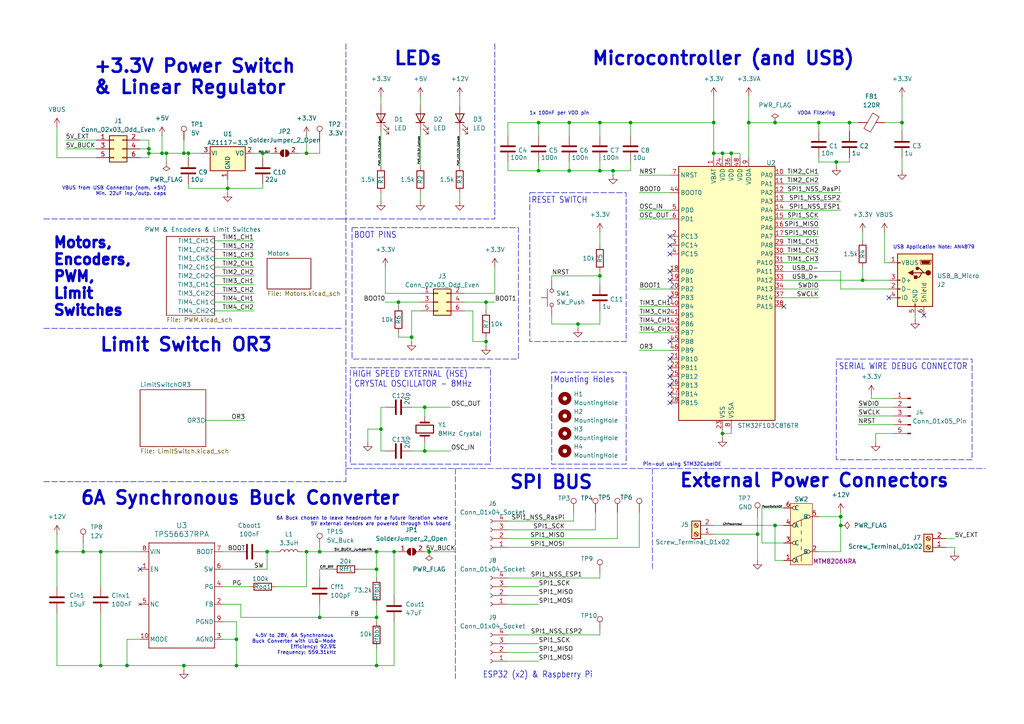
<source format=kicad_sch>
(kicad_sch (version 20231120) (generator "eeschema") (generator_version "8.0")
  (paper "A4")
  (title_block (title "ECE445_MainBoard") (date "2024-04-05") (rev "2") (company "University of Illinois Urbana-Champaign") (comment 1 "ECE 445: Senior Design Lab") (comment 2 "Oxygen Delivery Robot Main Board") (comment 3 "Rutvik Sayankar"))
  (junction (at 243.84 149.86))
  (junction (at 246.38 35.56))
  (junction (at 16.51 160.02))
  (junction (at 53.34 193.04))
  (junction (at 177.8 49.53))
  (junction (at 182.88 35.56))
  (junction (at 140.97 99.06))
  (junction (at 36.83 193.04))
  (junction (at 165.1 35.56))
  (junction (at 76.2 44.45))
  (junction (at 48.26 44.45))
  (junction (at 43.18 44.45))
  (junction (at 123.19 130.81))
  (junction (at 173.99 35.56))
  (junction (at 53.34 44.45))
  (junction (at 43.18 43.18))
  (junction (at 109.22 179.07))
  (junction (at 173.99 80.01))
  (junction (at 68.58 193.04))
  (junction (at 123.19 118.11))
  (junction (at 207.01 44.45))
  (junction (at 88.9 44.45))
  (junction (at 109.22 165.1))
  (junction (at 24.13 160.02))
  (junction (at 140.97 87.63))
  (junction (at 165.1 49.53))
  (junction (at 29.21 193.04))
  (junction (at 209.55 44.45))
  (junction (at 242.57 46.99))
  (junction (at 109.22 193.04))
  (junction (at 261.62 35.56))
  (junction (at 88.9 160.02))
  (junction (at 92.71 160.02))
  (junction (at 124.46 160.02))
  (junction (at 217.17 35.56))
  (junction (at 68.58 185.42))
  (junction (at 29.21 160.02))
  (junction (at 219.71 154.94))
  (junction (at 173.99 49.53))
  (junction (at 115.57 87.63))
  (junction (at 92.71 179.07))
  (junction (at 224.79 152.4))
  (junction (at 156.21 49.53))
  (junction (at 250.19 81.28))
  (junction (at 224.79 35.56))
  (junction (at 167.64 93.98))
  (junction (at 207.01 35.56))
  (junction (at 77.47 160.02))
  (junction (at 243.84 152.4))
  (junction (at 212.09 44.45))
  (junction (at 237.49 35.56))
  (junction (at 114.3 160.02))
  (junction (at 66.04 54.61))
  (junction (at 109.22 160.02))
  (junction (at 209.55 125.73))
  (junction (at 110.49 124.46))
  (junction (at 46.99 44.45))
  (junction (at 54.61 44.45))
  (junction (at 119.38 97.79))
  (junction (at 156.21 35.56))
  (no_connect (at 194.31 71.12))
  (no_connect (at 194.31 81.28))
  (no_connect (at 194.31 86.36))
  (no_connect (at 194.31 73.66))
  (no_connect (at 194.31 114.3))
  (no_connect (at 194.31 78.74))
  (no_connect (at 194.31 106.68))
  (no_connect (at 40.64 165.1))
  (no_connect (at 194.31 109.22))
  (no_connect (at 194.31 99.06))
  (no_connect (at 194.31 68.58))
  (no_connect (at 227.33 88.9))
  (no_connect (at 267.97 91.44))
  (no_connect (at 194.31 104.14))
  (no_connect (at 194.31 116.84))
  (no_connect (at 194.31 111.76))
  (no_connect (at 257.81 86.36))
  (wire (pts (xy 227.33 73.66) (xy 237.49 73.66)))
  (wire (pts (xy 246.38 35.56) (xy 248.92 35.56)))
  (wire (pts (xy 69.85 175.26) (xy 69.85 179.07)))
  (wire (pts (xy 119.38 90.17) (xy 121.92 90.17)))
  (wire (pts (xy 115.57 87.63) (xy 115.57 88.9)))
  (wire (pts (xy 173.99 39.37) (xy 173.99 35.56)))
  (wire (pts (xy 212.09 44.45) (xy 209.55 44.45)))
  (wire (pts (xy 207.01 152.4) (xy 224.79 152.4)))
  (wire (pts (xy 62.23 74.93) (xy 73.66 74.93)))
  (wire (pts (xy 137.16 90.17) (xy 137.16 99.06)))
  (wire (pts (xy 256.54 76.2) (xy 257.81 76.2)))
  (wire (pts (xy 173.99 182.88) (xy 173.99 184.15)))
  (wire (pts (xy 123.19 118.11) (xy 123.19 120.65)))
  (polyline (pts (xy 189.23 135.89) (xy 189.23 165.1)) (stroke (width 0) (type dash)))
  (wire (pts (xy 185.42 63.5) (xy 194.31 63.5)))
  (wire (pts (xy 173.99 49.53) (xy 177.8 49.53)))
  (wire (pts (xy 243.84 149.86) (xy 243.84 148.59)))
  (wire (pts (xy 248.92 120.65) (xy 259.08 120.65)))
  (wire (pts (xy 237.49 38.1) (xy 237.49 35.56)))
  (wire (pts (xy 165.1 35.56) (xy 156.21 35.56)))
  (wire (pts (xy 46.99 44.45) (xy 48.26 44.45)))
  (wire (pts (xy 167.64 93.98) (xy 167.64 95.25)))
  (wire (pts (xy 185.42 158.75) (xy 185.42 148.59)))
  (wire (pts (xy 220.98 157.48) (xy 227.33 157.48)))
  (wire (pts (xy 36.83 185.42) (xy 36.83 193.04)))
  (wire (pts (xy 185.42 55.88) (xy 194.31 55.88)))
  (wire (pts (xy 43.18 40.64) (xy 43.18 43.18)))
  (wire (pts (xy 147.32 184.15) (xy 173.99 184.15)))
  (wire (pts (xy 88.9 44.45) (xy 88.9 39.37)))
  (wire (pts (xy 121.92 27.94) (xy 121.92 30.48)))
  (wire (pts (xy 147.32 189.23) (xy 156.21 189.23)))
  (wire (pts (xy 64.77 160.02) (xy 68.58 160.02)))
  (wire (pts (xy 185.42 83.82) (xy 194.31 83.82)))
  (wire (pts (xy 248.92 123.19) (xy 259.08 123.19)))
  (wire (pts (xy 147.32 167.64) (xy 173.99 167.64)))
  (wire (pts (xy 165.1 49.53) (xy 173.99 49.53)))
  (wire (pts (xy 40.64 43.18) (xy 43.18 43.18)))
  (wire (pts (xy 123.19 130.81) (xy 130.81 130.81)))
  (wire (pts (xy 147.32 175.26) (xy 156.21 175.26)))
  (wire (pts (xy 227.33 55.88) (xy 243.84 55.88)))
  (wire (pts (xy 130.81 118.11) (xy 123.19 118.11)))
  (wire (pts (xy 29.21 160.02) (xy 40.64 160.02)))
  (wire (pts (xy 16.51 170.18) (xy 16.51 160.02)))
  (wire (pts (xy 147.32 191.77) (xy 156.21 191.77)))
  (wire (pts (xy 106.68 124.46) (xy 106.68 128.27)))
  (wire (pts (xy 73.66 82.55) (xy 62.23 82.55)))
  (wire (pts (xy 243.84 83.82) (xy 243.84 78.74)))
  (wire (pts (xy 227.33 71.12) (xy 237.49 71.12)))
  (wire (pts (xy 227.33 50.8) (xy 237.49 50.8)))
  (wire (pts (xy 185.42 91.44) (xy 194.31 91.44)))
  (wire (pts (xy 185.42 88.9) (xy 194.31 88.9)))
  (wire (pts (xy 24.13 160.02) (xy 29.21 160.02)))
  (wire (pts (xy 87.63 160.02) (xy 88.9 160.02)))
  (wire (pts (xy 140.97 97.79) (xy 140.97 99.06)))
  (wire (pts (xy 160.02 93.98) (xy 167.64 93.98)))
  (wire (pts (xy 76.2 44.45) (xy 76.2 45.72)))
  (wire (pts (xy 88.9 44.45) (xy 92.71 44.45)))
  (wire (pts (xy 76.2 160.02) (xy 77.47 160.02)))
  (wire (pts (xy 237.49 46.99) (xy 242.57 46.99)))
  (wire (pts (xy 182.88 35.56) (xy 207.01 35.56)))
  (wire (pts (xy 261.62 35.56) (xy 261.62 38.1)))
  (wire (pts (xy 252.73 115.57) (xy 259.08 115.57)))
  (wire (pts (xy 137.16 99.06) (xy 140.97 99.06)))
  (wire (pts (xy 92.71 160.02) (xy 109.22 160.02)))
  (wire (pts (xy 64.77 185.42) (xy 68.58 185.42)))
  (wire (pts (xy 59.69 121.92) (xy 71.12 121.92)))
  (wire (pts (xy 227.33 78.74) (xy 243.84 78.74)))
  (wire (pts (xy 143.51 85.09) (xy 143.51 77.47)))
  (wire (pts (xy 217.17 35.56) (xy 224.79 35.56)))
  (wire (pts (xy 110.49 55.88) (xy 110.49 58.42)))
  (wire (pts (xy 276.86 158.75) (xy 276.86 160.02)))
  (wire (pts (xy 227.33 83.82) (xy 237.49 83.82)))
  (wire (pts (xy 160.02 81.28) (xy 160.02 80.01)))
  (wire (pts (xy 114.3 180.34) (xy 114.3 193.04)))
  (wire (pts (xy 111.76 85.09) (xy 111.76 77.47)))
  (wire (pts (xy 40.64 40.64) (xy 43.18 40.64)))
  (wire (pts (xy 29.21 170.18) (xy 29.21 160.02)))
  (wire (pts (xy 73.66 44.45) (xy 76.2 44.45)))
  (wire (pts (xy 209.55 125.73) (xy 209.55 127)))
  (wire (pts (xy 53.34 44.45) (xy 54.61 44.45)))
  (wire (pts (xy 246.38 35.56) (xy 246.38 38.1)))
  (polyline (pts (xy 12.7 139.7) (xy 100.33 139.7)) (stroke (width 0) (type dash)))
  (wire (pts (xy 109.22 165.1) (xy 109.22 160.02)))
  (wire (pts (xy 237.49 160.02) (xy 243.84 160.02)))
  (wire (pts (xy 134.62 85.09) (xy 143.51 85.09)))
  (wire (pts (xy 134.62 87.63) (xy 140.97 87.63)))
  (wire (pts (xy 246.38 45.72) (xy 246.38 46.99)))
  (wire (pts (xy 88.9 170.18) (xy 88.9 160.02)))
  (wire (pts (xy 62.23 69.85) (xy 73.66 69.85)))
  (wire (pts (xy 254 125.73) (xy 259.08 125.73)))
  (wire (pts (xy 256.54 35.56) (xy 261.62 35.56)))
  (wire (pts (xy 110.49 118.11) (xy 111.76 118.11)))
  (wire (pts (xy 114.3 172.72) (xy 114.3 160.02)))
  (wire (pts (xy 29.21 193.04) (xy 36.83 193.04)))
  (wire (pts (xy 109.22 193.04) (xy 114.3 193.04)))
  (wire (pts (xy 219.71 154.94) (xy 219.71 162.56)))
  (wire (pts (xy 182.88 46.99) (xy 182.88 49.53)))
  (wire (pts (xy 46.99 39.37) (xy 46.99 44.45)))
  (wire (pts (xy 16.51 177.8) (xy 16.51 193.04)))
  (wire (pts (xy 147.32 186.69) (xy 156.21 186.69)))
  (wire (pts (xy 227.33 76.2) (xy 237.49 76.2)))
  (wire (pts (xy 173.99 166.37) (xy 173.99 167.64)))
  (wire (pts (xy 114.3 160.02) (xy 115.57 160.02)))
  (wire (pts (xy 147.32 172.72) (xy 156.21 172.72)))
  (wire (pts (xy 19.05 43.18) (xy 27.94 43.18)))
  (wire (pts (xy 243.84 152.4) (xy 243.84 149.86)))
  (wire (pts (xy 217.17 35.56) (xy 217.17 45.72)))
  (wire (pts (xy 62.23 72.39) (xy 73.66 72.39)))
  (wire (pts (xy 43.18 43.18) (xy 43.18 44.45)))
  (wire (pts (xy 123.19 130.81) (xy 123.19 128.27)))
  (wire (pts (xy 185.42 96.52) (xy 194.31 96.52)))
  (wire (pts (xy 29.21 177.8) (xy 29.21 193.04)))
  (wire (pts (xy 147.32 153.67) (xy 172.72 153.67)))
  (wire (pts (xy 212.09 44.45) (xy 214.63 44.45)))
  (wire (pts (xy 209.55 45.72) (xy 209.55 44.45)))
  (wire (pts (xy 16.51 36.83) (xy 16.51 45.72)))
  (wire (pts (xy 185.42 50.8) (xy 194.31 50.8)))
  (wire (pts (xy 212.09 125.73) (xy 209.55 125.73)))
  (wire (pts (xy 133.35 55.88) (xy 133.35 58.42)))
  (wire (pts (xy 109.22 187.96) (xy 109.22 193.04)))
  (polyline (pts (xy 12.7 95.25) (xy 99.06 95.25)) (stroke (width 0) (type dash)))
  (wire (pts (xy 92.71 167.64) (xy 92.71 165.1)))
  (wire (pts (xy 179.07 156.21) (xy 179.07 148.59)))
  (wire (pts (xy 86.36 44.45) (xy 88.9 44.45)))
  (wire (pts (xy 207.01 27.94) (xy 207.01 35.56)))
  (wire (pts (xy 16.51 154.94) (xy 16.51 160.02)))
  (wire (pts (xy 248.92 118.11) (xy 259.08 118.11)))
  (wire (pts (xy 147.32 49.53) (xy 156.21 49.53)))
  (wire (pts (xy 207.01 154.94) (xy 219.71 154.94)))
  (wire (pts (xy 77.47 165.1) (xy 77.47 160.02)))
  (wire (pts (xy 110.49 124.46) (xy 106.68 124.46)))
  (wire (pts (xy 207.01 35.56) (xy 207.01 44.45)))
  (wire (pts (xy 237.49 35.56) (xy 246.38 35.56)))
  (wire (pts (xy 242.57 46.99) (xy 242.57 48.26)))
  (wire (pts (xy 121.92 55.88) (xy 121.92 58.42)))
  (wire (pts (xy 110.49 38.1) (xy 110.49 48.26)))
  (wire (pts (xy 66.04 52.07) (xy 66.04 54.61)))
  (wire (pts (xy 124.46 160.02) (xy 132.08 160.02)))
  (wire (pts (xy 173.99 67.31) (xy 173.99 71.12)))
  (wire (pts (xy 133.35 38.1) (xy 133.35 48.26)))
  (wire (pts (xy 182.88 35.56) (xy 182.88 39.37)))
  (wire (pts (xy 119.38 90.17) (xy 119.38 97.79)))
  (polyline (pts (xy 132.08 135.89) (xy 132.08 196.85)) (stroke (width 0) (type dash)))
  (wire (pts (xy 140.97 87.63) (xy 143.51 87.63)))
  (wire (pts (xy 92.71 158.75) (xy 92.71 160.02)))
  (wire (pts (xy 69.85 179.07) (xy 92.71 179.07)))
  (wire (pts (xy 40.64 45.72) (xy 43.18 45.72)))
  (wire (pts (xy 227.33 162.56) (xy 224.79 162.56)))
  (wire (pts (xy 36.83 193.04) (xy 53.34 193.04)))
  (wire (pts (xy 53.34 193.04) (xy 53.34 194.31)))
  (wire (pts (xy 147.32 39.37) (xy 147.32 35.56)))
  (wire (pts (xy 219.71 149.86) (xy 219.71 154.94)))
  (wire (pts (xy 73.66 87.63) (xy 62.23 87.63)))
  (wire (pts (xy 140.97 87.63) (xy 140.97 90.17)))
  (wire (pts (xy 166.37 148.59) (xy 166.37 151.13)))
  (wire (pts (xy 66.04 54.61) (xy 76.2 54.61)))
  (wire (pts (xy 227.33 63.5) (xy 237.49 63.5)))
  (wire (pts (xy 147.32 170.18) (xy 156.21 170.18)))
  (wire (pts (xy 185.42 93.98) (xy 194.31 93.98)))
  (wire (pts (xy 165.1 35.56) (xy 173.99 35.56)))
  (wire (pts (xy 115.57 96.52) (xy 115.57 97.79)))
  (wire (pts (xy 123.19 160.02) (xy 124.46 160.02)))
  (wire (pts (xy 92.71 179.07) (xy 109.22 179.07)))
  (wire (pts (xy 173.99 93.98) (xy 167.64 93.98)))
  (wire (pts (xy 66.04 54.61) (xy 66.04 55.88)))
  (wire (pts (xy 220.98 147.32) (xy 220.98 157.48)))
  (wire (pts (xy 16.51 193.04) (xy 29.21 193.04)))
  (wire (pts (xy 133.35 27.94) (xy 133.35 30.48)))
  (wire (pts (xy 48.26 44.45) (xy 53.34 44.45)))
  (wire (pts (xy 53.34 40.64) (xy 53.34 44.45)))
  (wire (pts (xy 48.26 46.99) (xy 48.26 44.45)))
  (wire (pts (xy 173.99 35.56) (xy 182.88 35.56)))
  (wire (pts (xy 40.64 185.42) (xy 36.83 185.42)))
  (wire (pts (xy 111.76 130.81) (xy 110.49 130.81)))
  (polyline (pts (xy 99.06 63.5) (xy 143.51 63.5)) (stroke (width 0) (type dash)))
  (wire (pts (xy 274.32 158.75) (xy 276.86 158.75)))
  (wire (pts (xy 68.58 193.04) (xy 109.22 193.04)))
  (polyline (pts (xy 100.33 12.7) (xy 100.33 139.7)) (stroke (width 0) (type dash)))
  (wire (pts (xy 92.71 165.1) (xy 96.52 165.1)))
  (wire (pts (xy 185.42 101.6) (xy 194.31 101.6)))
  (wire (pts (xy 134.62 90.17) (xy 137.16 90.17)))
  (wire (pts (xy 274.32 156.21) (xy 276.86 156.21)))
  (wire (pts (xy 220.98 147.32) (xy 227.33 147.32)))
  (wire (pts (xy 237.49 149.86) (xy 243.84 149.86)))
  (wire (pts (xy 121.92 87.63) (xy 115.57 87.63)))
  (wire (pts (xy 54.61 54.61) (xy 66.04 54.61)))
  (polyline (pts (xy 12.7 63.5) (xy 99.06 63.5)) (stroke (width 0) (type dash)))
  (wire (pts (xy 92.71 175.26) (xy 92.71 179.07)))
  (wire (pts (xy 250.19 67.31) (xy 250.19 69.85)))
  (wire (pts (xy 227.33 58.42) (xy 243.84 58.42)))
  (wire (pts (xy 156.21 46.99) (xy 156.21 49.53)))
  (wire (pts (xy 173.99 90.17) (xy 173.99 93.98)))
  (wire (pts (xy 16.51 45.72) (xy 27.94 45.72)))
  (wire (pts (xy 111.76 85.09) (xy 121.92 85.09)))
  (wire (pts (xy 73.66 85.09) (xy 62.23 85.09)))
  (wire (pts (xy 227.33 60.96) (xy 243.84 60.96)))
  (wire (pts (xy 156.21 35.56) (xy 156.21 39.37)))
  (wire (pts (xy 261.62 45.72) (xy 261.62 49.53)))
  (wire (pts (xy 160.02 91.44) (xy 160.02 93.98)))
  (wire (pts (xy 237.49 45.72) (xy 237.49 46.99)))
  (wire (pts (xy 227.33 53.34) (xy 237.49 53.34)))
  (wire (pts (xy 68.58 185.42) (xy 68.58 193.04)))
  (wire (pts (xy 64.77 165.1) (xy 77.47 165.1)))
  (wire (pts (xy 224.79 152.4) (xy 227.33 152.4)))
  (wire (pts (xy 19.05 40.64) (xy 27.94 40.64)))
  (wire (pts (xy 88.9 160.02) (xy 92.71 160.02)))
  (wire (pts (xy 80.01 170.18) (xy 88.9 170.18)))
  (wire (pts (xy 73.66 90.17) (xy 62.23 90.17)))
  (wire (pts (xy 165.1 46.99) (xy 165.1 49.53)))
  (wire (pts (xy 147.32 46.99) (xy 147.32 49.53)))
  (wire (pts (xy 109.22 167.64) (xy 109.22 165.1)))
  (wire (pts (xy 121.92 38.1) (xy 121.92 48.26)))
  (wire (pts (xy 177.8 49.53) (xy 177.8 50.8)))
  (wire (pts (xy 64.77 170.18) (xy 72.39 170.18)))
  (wire (pts (xy 64.77 180.34) (xy 68.58 180.34)))
  (wire (pts (xy 115.57 97.79) (xy 119.38 97.79)))
  (wire (pts (xy 224.79 162.56) (xy 224.79 152.4)))
  (wire (pts (xy 16.51 160.02) (xy 24.13 160.02)))
  (wire (pts (xy 254 125.73) (xy 254 128.27)))
  (wire (pts (xy 43.18 44.45) (xy 46.99 44.45)))
  (wire (pts (xy 110.49 124.46) (xy 110.49 118.11)))
  (wire (pts (xy 53.34 193.04) (xy 68.58 193.04)))
  (wire (pts (xy 256.54 67.31) (xy 256.54 76.2)))
  (wire (pts (xy 147.32 35.56) (xy 156.21 35.56)))
  (wire (pts (xy 147.32 156.21) (xy 179.07 156.21)))
  (wire (pts (xy 77.47 160.02) (xy 80.01 160.02)))
  (wire (pts (xy 172.72 148.59) (xy 172.72 153.67)))
  (wire (pts (xy 109.22 175.26) (xy 109.22 179.07)))
  (wire (pts (xy 62.23 77.47) (xy 73.66 77.47)))
  (wire (pts (xy 257.81 83.82) (xy 243.84 83.82)))
  (wire (pts (xy 160.02 80.01) (xy 173.99 80.01)))
  (wire (pts (xy 209.55 124.46) (xy 209.55 125.73)))
  (wire (pts (xy 109.22 160.02) (xy 114.3 160.02)))
  (wire (pts (xy 207.01 44.45) (xy 209.55 44.45)))
  (wire (pts (xy 54.61 53.34) (xy 54.61 54.61)))
  (wire (pts (xy 173.99 46.99) (xy 173.99 49.53)))
  (wire (pts (xy 68.58 180.34) (xy 68.58 185.42)))
  (wire (pts (xy 214.63 45.72) (xy 214.63 44.45)))
  (wire (pts (xy 43.18 45.72) (xy 43.18 44.45)))
  (wire (pts (xy 104.14 165.1) (xy 109.22 165.1)))
  (wire (pts (xy 147.32 158.75) (xy 185.42 158.75)))
  (wire (pts (xy 185.42 60.96) (xy 194.31 60.96)))
  (wire (pts (xy 76.2 53.34) (xy 76.2 54.61)))
  (wire (pts (xy 24.13 157.48) (xy 24.13 160.02)))
  (wire (pts (xy 156.21 49.53) (xy 165.1 49.53)))
  (wire (pts (xy 250.19 81.28) (xy 257.81 81.28)))
  (wire (pts (xy 109.22 179.07) (xy 109.22 180.34)))
  (wire (pts (xy 173.99 78.74) (xy 173.99 80.01)))
  (wire (pts (xy 265.43 91.44) (xy 265.43 92.71)))
  (wire (pts (xy 58.42 44.45) (xy 54.61 44.45)))
  (wire (pts (xy 207.01 45.72) (xy 207.01 44.45)))
  (wire (pts (xy 261.62 27.94) (xy 261.62 35.56)))
  (wire (pts (xy 243.84 160.02) (xy 243.84 152.4)))
  (wire (pts (xy 224.79 35.56) (xy 237.49 35.56)))
  (wire (pts (xy 212.09 45.72) (xy 212.09 44.45)))
  (wire (pts (xy 173.99 80.01) (xy 173.99 82.55)))
  (wire (pts (xy 119.38 97.79) (xy 119.38 99.06)))
  (wire (pts (xy 62.23 80.01) (xy 73.66 80.01)))
  (wire (pts (xy 54.61 44.45) (xy 54.61 45.72)))
  (wire (pts (xy 217.17 27.94) (xy 217.17 35.56)))
  (wire (pts (xy 110.49 130.81) (xy 110.49 124.46)))
  (wire (pts (xy 147.32 151.13) (xy 166.37 151.13)))
  (wire (pts (xy 92.71 40.64) (xy 92.71 44.45)))
  (polyline (pts (xy 143.51 12.7) (xy 143.51 63.5)) (stroke (width 0) (type dash)))
  (wire (pts (xy 165.1 39.37) (xy 165.1 35.56)))
  (wire (pts (xy 177.8 49.53) (xy 182.88 49.53)))
  (wire (pts (xy 252.73 115.57) (xy 252.73 114.3)))
  (wire (pts (xy 76.2 44.45) (xy 78.74 44.45)))
  (wire (pts (xy 242.57 46.99) (xy 246.38 46.99)))
  (wire (pts (xy 64.77 175.26) (xy 69.85 175.26)))
  (wire (pts (xy 110.49 27.94) (xy 110.49 30.48)))
  (wire (pts (xy 227.33 86.36) (xy 237.49 86.36)))
  (wire (pts (xy 119.38 130.81) (xy 123.19 130.81)))
  (wire (pts (xy 227.33 66.04) (xy 237.49 66.04)))
  (wire (pts (xy 140.97 99.06) (xy 140.97 100.33)))
  (wire (pts (xy 227.33 81.28) (xy 250.19 81.28)))
  (polyline (pts (xy 100.33 135.89) (xy 285.75 135.89)) (stroke (width 0) (type dash)))
  (wire (pts (xy 111.76 87.63) (xy 115.57 87.63)))
  (wire (pts (xy 212.09 124.46) (xy 212.09 125.73)))
  (wire (pts (xy 119.38 118.11) (xy 123.19 118.11)))
  (wire (pts (xy 250.19 77.47) (xy 250.19 81.28)))
  (wire (pts (xy 227.33 68.58) (xy 237.49 68.58)))
  (rectangle (start 160.02 107.95) (end 181.61 134.62) (stroke (width 0) (type dash)))
  (rectangle (start 153.67 55.88) (end 181.61 99.06) (stroke (width 0) (type dash)))
  (rectangle (start 242.57 104.14) (end 281.94 133.35) (stroke (width 0) (type dash)))
  (rectangle (start 102.108 66.04) (end 150.368 104.14) (stroke (width 0) (type dash)))
  (rectangle (start 101.6 106.68) (end 142.24 134.62) (stroke (width 0) (type dash)))
  (text "RESET SWITCH" (at 170.434 59.182 0) (effects (font (size 1.778 1.5113)) (justify right bottom)))
  (text "Limit Switch OR3" (at 28.702 102.362 0) (effects (font (size 3.81 3.81) (thickness 0.762) (bold yes)) (justify left bottom)))
  (text "SERIAL WIRE DEBUG CONNECTOR\n" (at 280.67 107.442 0) (effects (font (size 1.778 1.5113)) (justify right bottom)))
  (text "BOOT PINS" (at 115.062 69.342 0) (effects (font (size 1.778 1.5113)) (justify right bottom)))
  (text "VDDA Filtering" (at 242.316 33.528 0) (effects (font (size 1.016 1.016)) (justify right bottom)))
  (text "Microcontroller (and USB)" (at 171.45 19.304 0) (effects (font (size 3.81 3.81) (thickness 0.762) (bold yes)) (justify left bottom)))
  (text "1x 100nF per VDD pin" (at 170.942 33.528 0) (effects (font (size 1.016 1.016)) (justify right bottom)))
  (text "External Power Connectors" (at 196.85 141.732 0) (effects (font (size 3.81 3.81) (thickness 0.762) (bold yes)) (justify left bottom)))
  (text "LEDs" (at 114.046 19.304 0) (effects (font (size 3.81 3.81) (thickness 0.762) (bold yes)) (justify left bottom)))
  (text "6A Buck chosen to leave headroom for a future iteration where \n5V external devices are powered through this board" (at 130.81 152.654 0) (effects (font (size 1.016 1.016)) (justify right bottom)))
  (text "Pin-out using STM32CubeIDE" (at 209.296 135.382 0) (effects (font (size 1.016 1.016)) (justify right bottom)))
  (text "VBUS from USB Connector (nom. +5V)\nMin. 22uF inp./outp. caps" (at 48.26 56.896 0) (effects (font (size 1.016 1.016)) (justify right bottom)))
  (text "6A Synchronous Buck Converter" (at 23.114 146.812 0) (effects (font (size 3.81 3.81) (thickness 0.762) (bold yes)) (justify left bottom)))
  (text "Motors, \nEncoders, \nPWM,\nLimit \nSwitches" (at 15.24 91.948 0) (effects (font (size 3.048 3.048) (thickness 0.762) (bold yes)) (justify left bottom)))
  (text "Mounting Holes" (at 178.308 111.252 0) (effects (font (size 1.778 1.5113)) (justify right bottom)))
  (text "ESP32 (x2) & Raspberry Pi" (at 171.958 196.85 0) (effects (font (size 1.778 1.5113)) (justify right bottom)))
  (text "USB Application Note: AN4879" (at 282.702 72.39 0) (effects (font (size 1.016 1.016)) (justify right bottom)))
  (text "4.5V to 28V, 6A Synchronous \nBuck Converter with ULQ-Mode\nEfficiency: 92.9%\nFrequency: 559.31kHz" (at 97.536 189.992 0) (effects (font (size 1.016 1.016)) (justify right bottom)))
  (text "SPI BUS" (at 147.574 142.24 0) (effects (font (size 3.81 3.81) (thickness 0.762) (bold yes)) (justify left bottom)))
  (text "HIGH SPEED EXTERNAL (HSE) \nCRYSTAL OSCILLATOR - 8MHz" (at 136.906 112.522 0) (effects (font (size 1.778 1.5113)) (justify right bottom)))
  (text "+3.3V Power Switch \n& Linear Regulator" (at 26.924 27.686 0) (effects (font (size 3.81 3.81) (thickness 0.762) (bold yes)) (justify left bottom)))
  (label "TIM2_CH1" (at 73.66 77.47 180))
  (label "SPI1_MOSI" (at 237.49 68.58 180))
  (label "SPI1_MOSI" (at 163.83 158.75 180))
  (label "OSC_OUT" (at 130.81 118.11 0))
  (label "TIM1_CH3" (at 73.66 74.93 180))
  (label "PG" (at 67.31 170.18 0))
  (label "SPI1_MISO" (at 163.83 156.21 180))
  (label "BOOT0" (at 111.76 87.63 180))
  (label "SPI1_NSS_ESP1" (at 243.84 60.96 180))
  (label "12VPowerInput" (at 209.55 152.4 0) (effects (font (size 0.508 0.508))))
  (label "OSC_IN" (at 185.42 60.96 0))
  (label "SPI1_SCK" (at 156.21 170.18 0))
  (label "PWR_LED_5V_Cathode" (at 121.92 39.37 270) (effects (font (size 0.508 0.508))))
  (label "NRST" (at 165.1 80.01 180))
  (label "BOOT" (at 66.04 160.02 0))
  (label "SPI1_SCK" (at 163.83 153.67 180))
  (label "5V_EXT" (at 276.86 156.21 0))
  (label "PWR_LED_12V_Cathode" (at 133.35 39.37 270) (effects (font (size 0.508 0.508))))
  (label "OR3" (at 71.12 121.92 180))
  (label "TIM4_CH2" (at 73.66 90.17 180))
  (label "TIM1_CH2" (at 237.49 73.66 180))
  (label "TIM2_CH2" (at 73.66 80.01 180))
  (label "5V_BUCK" (at 19.05 43.18 0))
  (label "NRST" (at 248.92 123.19 0))
  (label "SPI1_SCK" (at 237.49 63.5 180))
  (label "TIM1_CH1" (at 237.49 71.12 180))
  (label "5V_EXT" (at 19.05 40.64 0))
  (label "PWR_LED_3V3_Cathode" (at 110.49 39.37 270) (effects (font (size 0.508 0.508))))
  (label "USB_D+" (at 237.49 81.28 180))
  (label "REG_OUT" (at 74.93 44.45 0) (effects (font (size 0.508 0.508))))
  (label "OSC_OUT" (at 185.42 63.5 0))
  (label "5V_BUCK_JumperIN" (at 107.95 160.02 180) (effects (font (size 0.762 0.762))))
  (label "TIM1_CH2" (at 73.66 72.39 180))
  (label "TIM4_CH2" (at 185.42 96.52 0))
  (label "TIM4_CH1" (at 185.42 93.98 0))
  (label "PowerSwitchOff" (at 220.98 147.32 0) (effects (font (size 0.508 0.508))))
  (label "SPI1_MISO" (at 156.21 172.72 0))
  (label "NRST" (at 185.42 50.8 0))
  (label "FB" (at 101.6 179.07 0))
  (label "TIM4_CH1" (at 73.66 87.63 180))
  (label "OR3" (at 185.42 101.6 0))
  (label "SPI1_MISO" (at 237.49 66.04 180))
  (label "SWCLK" (at 237.49 86.36 180))
  (label "TIM3_CH1" (at 185.42 88.9 0))
  (label "SPI1_NSS_RasPi" (at 243.84 55.88 180))
  (label "BOOT1" (at 185.42 83.82 0))
  (label "SWDIO" (at 248.92 118.11 0))
  (label "BOOT1" (at 143.51 87.63 0))
  (label "SPI1_MOSI" (at 156.21 191.77 0))
  (label "TIM2_CH1" (at 237.49 50.8 180))
  (label "5V_BUCK" (at 132.08 160.02 180))
  (label "TIM1_CH1" (at 73.66 69.85 180))
  (label "USB_D-" (at 237.49 78.74 180))
  (label "TIM2_CH2" (at 237.49 53.34 180))
  (label "SPI1_MISO" (at 156.21 189.23 0))
  (label "TIM1_CH3" (at 237.49 76.2 180))
  (label "SW" (at 73.66 165.1 0))
  (label "SPI1_MOSI" (at 156.21 175.26 0))
  (label "TIM3_CH1" (at 73.66 82.55 180))
  (label "SPI1_SCK" (at 156.21 186.69 0))
  (label "SPI1_NSS_ESP2" (at 243.84 58.42 180))
  (label "SWDIO" (at 237.49 83.82 180))
  (label "SWCLK" (at 248.92 120.65 0))
  (label "Cff_Rff" (at 92.71 165.1 0) (effects (font (size 0.762 0.762))))
  (label "TIM3_CH2" (at 73.66 85.09 180))
  (label "SPI1_NSS_ESP2" (at 168.91 184.15 180))
  (label "TIM3_CH2" (at 185.42 91.44 0))
  (label "BOOT0" (at 185.42 55.88 0))
  (label "SPI1_NSS_RasPi" (at 163.83 151.13 180))
  (label "OSC_IN" (at 130.81 130.81 0))
  (label "SPI1_NSS_ESP1" (at 168.91 167.64 180))
  (symbol (lib_id "basic:C") (at 165.1 43.18 0) (unit 1)
    (property "Reference" "C6" (at 168.021 43.6138 0) (effects (justify left)))
    (property "Value" "100n" (at 165.735 45.72 0) (effects (justify left)))
    (property "Footprint" "Capacitor_SMD:C_0603_1608Metric" (effects (hide yes)))
    (property "Datasheet" "https://www.digikey.com/en/products/detail/yageo/CC0603KRX7R7BB104/302822" (effects (hide yes)))
    (property "Description" "0.1 µF ±10% 16V Ceramic Capacitor X7R 0603 (1608 Metric)" (effects (hide yes)))
  )
  (symbol (lib_id "power:GND") (at 254 128.27 0) (unit 1)
    (property "Reference" "#PWR029" (effects (hide yes)))
    (property "Value" "GND" (effects (hide yes)))
    (property "Description" "Power symbol creates a global label with name \"GND\" , ground" (effects (hide yes)))
  )
  (symbol (lib_id "Connector:USB_B_Micro") (at 265.43 81.28 0) (mirror y) (unit 1)
    (property "Reference" "J2" (at 271.78 82.5501 0) (effects (justify right)))
    (property "Value" "USB_B_Micro" (at 271.78 80.0101 0) (effects (justify right)))
    (property "Footprint" "CustomFootprints:AMPHENOL_10118192-0002LF" (effects (hide yes)))
    (property "Datasheet" "https://www.digikey.com/en/products/detail/amphenol-cs-fci/10118192-0002LF/6817756" (effects (hide yes)))
    (property "Description" "USB Micro Type B connector - CONN RCPT USB2.0 MICRO B SMD R/A" (effects (hide yes)))
  )
  (symbol (lib_id "basic:C") (at 182.88 43.18 0) (unit 1)
    (property "Reference" "C8" (at 185.801 43.6138 0) (effects (justify left)))
    (property "Value" "10u" (at 183.515 45.72 0) (effects (justify left)))
    (property "Footprint" "Capacitor_SMD:C_0603_1608Metric" (effects (hide yes)))
    (property "Datasheet" "https://www.digikey.com/en/products/detail/samsung-electro-mechanics/CL10A106KQ8NNNC/3886696" (effects (hide yes)))
    (property "Description" "CAP CER 10UF 6.3V X5R 0603" (effects (hide yes)))
  )
  (symbol (lib_id "basic:R") (at 140.97 93.98 0) (unit 1)
    (property "Reference" "R7" (at 140.97 93.98 90))
    (property "Value" "10k" (at 142.24 93.98 0) (effects (justify left)))
    (property "Footprint" "Resistor_SMD:R_0603_1608Metric" (effects (hide yes)))
    (property "Datasheet" "https://www.digikey.com/en/products/detail/stackpole-electronics-inc/RMCF0603JT10K0/1758104" (effects (hide yes)))
    (property "Description" "10 kOhms ±5% 0.1W, 1/10W Chip Resistor 0603 (1608 Metric) Automotive AEC-Q200 Thick Film" (effects (hide yes)))
  )
  (symbol (lib_id "MCU_ST_STM32F1:STM32F103C8Tx") (at 209.55 86.36 0) (unit 1)
    (property "Reference" "U2" (at 222.25 47.244 0) (effects (justify left)))
    (property "Value" "STM32F103C8T6TR" (at 213.868 123.444 0) (effects (justify left)))
    (property "Footprint" "Package_QFP:LQFP-48_7x7mm_P0.5mm" (effects (hide yes)))
    (property "Datasheet" "https://www.st.com/resource/en/datasheet/stm32f103c8.pdf" (effects (hide yes)))
    (property "Description" "STMicroelectronics Arm Cortex-M3 MCU, 64KB flash, 20KB RAM, 72 MHz, 2.0-3.6V, 37 GPIO, LQFP48" (effects (hide yes)))
  )
  (symbol (lib_id "Connector_Generic:Conn_02x03_Odd_Even") (at 33.02 43.18 0) (unit 1)
    (property "Reference" "J1" (at 34.29 35.0551 0))
    (property "Value" "Conn_02x03_Odd_Even" (at 34.29 37.592 0))
    (property "Footprint" "Connector_PinHeader_2.54mm:PinHeader_2x03_P2.54mm_Vertical" (effects (hide yes)))
    (property "Description" "5V to 3.3 V Power Mux" (effects (hide yes)))
  )
  (symbol (lib_id "Connector:TestPoint") (at 173.99 182.88 0) (unit 1)
    (property "Reference" "TP10" (at 168.402 178.562 0) (effects (justify left)))
    (property "Value" "Orange" (effects (hide yes)))
    (property "Footprint" "TestPoint:TestPoint_Keystone_5000-5004_Miniature" (effects (hide yes)))
    (property "Datasheet" "https://www.digikey.com/en/products/detail/keystone-electronics/5003/362668" (effects (hide yes)))
    (property "Description" "Orange PC Test Point, Miniature Phosphor Bronze Silver Plating Through Hole Mounting Type" (effects (hide yes)))
  )
  (symbol (lib_id "Connector:TestPoint") (at 92.71 40.64 0) (unit 1)
    (property "Reference" "TP2" (at 95.25 36.0679 0) (effects (justify left)))
    (property "Value" "3.3V" (at 95.25 38.6079 0) (effects (justify left)))
    (property "Footprint" "TestPoint:TestPoint_Keystone_5000-5004_Miniature" (effects (hide yes)))
    (property "Datasheet" "https://www.digikey.com/en/products/detail/keystone-electronics/5000/255326" (effects (hide yes)))
    (property "Description" "Red PC Test Point, Miniature Phosphor Bronze Silver Plating Through Hole Mounting Type" (effects (hide yes)))
  )
  (symbol (lib_id "power:GND") (at 66.04 55.88 0) (unit 1)
    (property "Reference" "#PWR013" (effects (hide yes)))
    (property "Value" "GND" (effects (hide yes)))
  )
  (symbol (lib_id "basic:C") (at 173.99 43.18 0) (unit 1)
    (property "Reference" "C7" (at 176.911 43.6138 0) (effects (justify left)))
    (property "Value" "100n" (at 174.625 45.72 0) (effects (justify left)))
    (property "Footprint" "Capacitor_SMD:C_0603_1608Metric" (effects (hide yes)))
    (property "Datasheet" "https://www.digikey.com/en/products/detail/yageo/CC0603KRX7R7BB104/302822" (effects (hide yes)))
    (property "Description" "0.1 µF ±10% 16V Ceramic Capacitor X7R 0603 (1608 Metric)" (effects (hide yes)))
  )
  (symbol (lib_id "basic:C") (at 261.62 41.91 0) (unit 1)
    (property "Reference" "C3" (at 264.541 42.3438 0) (effects (justify left)))
    (property "Value" "1u" (at 262.255 44.45 0) (effects (justify left)))
    (property "Footprint" "Capacitor_SMD:C_0603_1608Metric" (effects (hide yes)))
    (property "Datasheet" "https://www.digikey.com/en/products/detail/yageo/CC0603KRX7R7BB105/2833611" (effects (hide yes)))
    (property "Description" "CAP CER 1UF 16V X7R 0603" (effects (hide yes)))
  )
  (symbol (lib_id "Device:C") (at 72.39 160.02 90) (unit 1)
    (property "Reference" "Cboot1" (at 72.39 152.4 90))
    (property "Value" "100nF" (at 72.39 154.94 90))
    (property "Footprint" "Capacitor_SMD:C_0805_2012Metric" (effects (hide yes)))
    (property "Datasheet" "https://www.digikey.com/en/products/detail/kyocera-avx/KGM21NR71E104KT/1116281" (effects (hide yes)))
    (property "Description" "Cap: 100 nF  Total Derated Cap: 100 nF  VDC: 25 V  ESR: 280 mΩ  Package: 0805  " (effects (hide yes)))
  )
  (symbol (lib_id "power:GND") (at 110.49 58.42 0) (unit 1)
    (property "Reference" "#PWR014" (effects (hide yes)))
    (property "Value" "GND" (effects (hide yes)))
    (property "Description" "Power symbol creates a global label with name \"GND\" , ground" (effects (hide yes)))
  )
  (symbol (lib_id "Connector:TestPoint") (at 166.37 148.59 0) (unit 1)
    (property "Reference" "TP3" (at 161.798 144.526 0) (effects (justify left)))
    (property "Value" "Orange" (effects (hide yes)))
    (property "Footprint" "TestPoint:TestPoint_Keystone_5000-5004_Miniature" (effects (hide yes)))
    (property "Datasheet" "https://www.digikey.com/en/products/detail/keystone-electronics/5003/362668" (effects (hide yes)))
    (property "Description" "Orange PC Test Point, Miniature Phosphor Bronze Silver Plating Through Hole Mounting Type" (effects (hide yes)))
  )
  (symbol (lib_id "power:GND") (at 121.92 58.42 0) (unit 1)
    (property "Reference" "#PWR015" (effects (hide yes)))
    (property "Value" "GND" (effects (hide yes)))
    (property "Description" "Power symbol creates a global label with name \"GND\" , ground" (effects (hide yes)))
  )
  (symbol (lib_id "Mechanical:MountingHole") (at 163.83 130.81 0) (unit 1)
    (property "Reference" "H4" (at 166.37 129.5399 0) (effects (justify left)))
    (property "Value" "MountingHole" (at 166.37 132.0799 0) (effects (justify left)))
    (property "Footprint" "MountingHole:MountingHole_5mm" (effects (hide yes)))
    (property "Description" "Mounting Hole without connection" (effects (hide yes)))
  )
  (symbol (lib_id "Connector:Screw_Terminal_01x02") (at 201.93 154.94 180) (unit 1)
    (property "Reference" "J5" (at 198.628 152.146 0))
    (property "Value" "Screw_Terminal_01x02" (at 200.914 157.226 0))
    (property "Footprint" "CustomFootprints:PHOENIX_1017521" (effects (hide yes)))
    (property "Datasheet" "https://www.digikey.com/en/products/detail/phoenix-contact/1017521/9346615" (effects (hide yes)))
    (property "Description" "2 Position Wire to Board Terminal Block Horizontal with Board 0.250\" (6.35mm) Through Hole" (effects (hide yes)))
  )
  (symbol (lib_id "power:GND") (at 106.68 128.27 0) (unit 1)
    (property "Reference" "#PWR028" (effects (hide yes)))
    (property "Value" "GND" (effects (hide yes)))
  )
  (symbol (lib_name "+12V_1") (lib_id "power:+12V") (at 133.35 27.94 0) (unit 1)
    (property "Reference" "#PWR03" (effects (hide yes)))
    (property "Value" "+12V" (at 133.35 22.86 0))
    (property "Description" "Power symbol creates a global label with name \"+12V\"" (effects (hide yes)))
  )
  (symbol (lib_id "Device:LED") (at 110.49 34.29 90) (unit 1)
    (property "Reference" "D1" (at 114.3 34.6074 90) (effects (justify right)))
    (property "Value" "LED" (at 114.3 37.1474 90) (effects (justify right)))
    (property "Footprint" "LED_SMD:LED_0603_1608Metric" (effects (hide yes)))
    (property "Datasheet" "https://www.digikey.com/en/products/detail/w%C3%BCrth-elektronik/150060GS75000/4489898" (effects (hide yes)))
    (property "Description" "Green 520nm LED Indication - Discrete 3.2V 0603 (1608 Metric)" (effects (hide yes)))
  )
  (symbol (lib_id "Connector:TestPoint") (at 219.71 149.86 0) (unit 1)
    (property "Reference" "TP7" (at 214.122 144.526 0) (effects (justify left)))
    (property "Value" "GND" (at 214.122 147.066 0) (effects (justify left)))
    (property "Footprint" "TestPoint:TestPoint_Keystone_5000-5004_Miniature" (effects (hide yes)))
    (property "Datasheet" "https://www.digikey.com/en/products/detail/keystone-electronics/5001/255327" (effects (hide yes)))
    (property "Description" "  Black PC Test Point, Miniature Phosphor Bronze Silver Plating Through Hole Mounting Type" (effects (hide yes)))
  )
  (symbol (lib_id "Device:Crystal") (at 123.19 124.46 90) (unit 1)
    (property "Reference" "Y1" (at 127 123.1899 90) (effects (justify right)))
    (property "Value" "8MHz Crystal" (at 127 125.7299 90) (effects (justify right)))
    (property "Footprint" "Crystal:Crystal_HC49-U_Vertical" (effects (hide yes)))
    (property "Datasheet" "https://www.digikey.com/en/products/detail/ecs-inc/ECS-080-20-4X-DU/2781927" (effects (hide yes)))
  )
  (symbol (lib_id "basic:R") (at 173.99 74.93 0) (unit 1)
    (property "Reference" "R5" (at 173.99 74.93 90))
    (property "Value" "10k" (at 168.91 74.93 0) (effects (justify left)))
    (property "Footprint" "Resistor_SMD:R_0603_1608Metric" (effects (hide yes)))
    (property "Datasheet" "https://www.digikey.com/en/products/detail/stackpole-electronics-inc/RMCF0603JT10K0/1758104" (effects (hide yes)))
    (property "Description" "10 kOhms ±5% 0.1W, 1/10W Chip Resistor 0603 (1608 Metric) Automotive AEC-Q200 Thick Film" (effects (hide yes)))
  )
  (symbol (lib_id "basic:C") (at 76.2 49.53 0) (unit 1)
    (property "Reference" "C10" (at 79.121 49.9638 0) (effects (justify left)))
    (property "Value" "22u" (at 76.835 52.07 0) (effects (justify left)))
    (property "Footprint" "Capacitor_SMD:C_0805_2012Metric" (effects (hide yes)))
    (property "Datasheet" "https://www.digikey.com/en/products/detail/samsung-electro-mechanics/CL21A226MQQNNNE/3886758" (effects (hide yes)))
    (property "Description" "CAP CER 22UF 6.3V X5R 0805" (effects (hide yes)))
  )
  (symbol (lib_id "power:GND") (at 167.64 95.25 0) (unit 1)
    (property "Reference" "#PWR023" (effects (hide yes)))
    (property "Value" "GND" (effects (hide yes)))
  )
  (symbol (lib_id "power:PWR_FLAG") (at 124.46 160.02 180) (unit 1)
    (property "Reference" "#FLG04" (effects (hide yes)))
    (property "Value" "PWR_FLAG" (at 124.46 165.1 0))
    (property "Description" "Special symbol for telling ERC where power comes from" (effects (hide yes)))
  )
  (symbol (lib_id "basic:R") (at 109.22 184.15 180) (unit 1)
    (property "Reference" "Rfbb1" (at 109.22 184.15 90))
    (property "Value" "10k" (at 107.95 183.896 0) (effects (justify left)))
    (property "Footprint" "Resistor_SMD:R_0805_2012Metric" (effects (hide yes)))
    (property "Datasheet" "https://www.digikey.com/en/products/detail/vishay-dale/CRCW080510K0FKEA/1175751" (effects (hide yes)))
    (property "Description" "  10 kOhms ±1% 0.125W, 1/8W Chip Resistor 0805 (2012 Metric) Automotive AEC-Q200 Thick Film" (effects (hide yes)))
  )
  (symbol (lib_id "Connector:TestPoint") (at 172.72 148.59 0) (unit 1)
    (property "Reference" "TP4" (at 168.402 144.526 0) (effects (justify left)))
    (property "Value" "Orange" (effects (hide yes)))
    (property "Footprint" "TestPoint:TestPoint_Keystone_5000-5004_Miniature" (effects (hide yes)))
    (property "Datasheet" "https://www.digikey.com/en/products/detail/keystone-electronics/5003/362668" (effects (hide yes)))
    (property "Description" "Orange PC Test Point, Miniature Phosphor Bronze Silver Plating Through Hole Mounting Type" (effects (hide yes)))
  )
  (symbol (lib_id "power:+3.3V") (at 207.01 27.94 0) (unit 1)
    (property "Reference" "#PWR04" (effects (hide yes)))
    (property "Value" "+3.3V" (at 207.01 22.86 0))
    (property "Description" "Power symbol creates a global label with name \"+3.3V\"" (effects (hide yes)))
  )
  (symbol (lib_id "power:+3.3V") (at 261.62 27.94 0) (unit 1)
    (property "Reference" "#PWR06" (effects (hide yes)))
    (property "Value" "+3.3V" (at 261.62 22.86 0))
    (property "Description" "Power symbol creates a global label with name \"+3.3V\"" (effects (hide yes)))
  )
  (symbol (lib_id "power:GND") (at 242.57 48.26 0) (unit 1)
    (property "Reference" "#PWR010" (effects (hide yes)))
    (property "Value" "GND" (effects (hide yes)))
  )
  (symbol (lib_id "power:GND") (at 140.97 100.33 0) (unit 1)
    (property "Reference" "#PWR025" (effects (hide yes)))
    (property "Value" "GND" (effects (hide yes)))
  )
  (symbol (lib_id "Connector:Conn_01x04_Socket") (at 142.24 189.23 180) (unit 1)
    (property "Reference" "J9" (at 142.875 179.07 0))
    (property "Value" "Conn_01x04_Socket" (at 142.875 181.61 0))
    (property "Footprint" "Connector_PinHeader_2.54mm:PinHeader_1x04_P2.54mm_Horizontal" (effects (hide yes)))
    (property "Description" "Generic connector, single row, 01x04, script generated" (effects (hide yes)))
  )
  (symbol (lib_id "Connector:Conn_01x04_Socket") (at 142.24 172.72 180) (unit 1)
    (property "Reference" "J8" (at 142.875 162.56 0))
    (property "Value" "Conn_01x04_Socket" (at 142.875 165.1 0))
    (property "Footprint" "Connector_PinHeader_2.54mm:PinHeader_1x04_P2.54mm_Horizontal" (effects (hide yes)))
    (property "Description" "Generic connector, single row, 01x04, script generated" (effects (hide yes)))
  )
  (symbol (lib_id "basic:R") (at 110.49 52.07 0) (unit 1)
    (property "Reference" "R1" (at 110.49 52.07 90))
    (property "Value" "1.5k" (at 104.648 52.07 0) (effects (justify left)))
    (property "Footprint" "Resistor_SMD:R_0603_1608Metric" (effects (hide yes)))
    (property "Datasheet" "https://www.digikey.com/en/products/detail/yageo/RC0603JR-071K5L/726689" (effects (hide yes)))
    (property "Description" "1.5 kOhms ±5% 0.1W, 1/10W Chip Resistor 0603 (1608 Metric) Moisture Resistant Thick Film" (effects (hide yes)))
  )
  (symbol (lib_id "Mechanical:MountingHole") (at 163.83 120.65 0) (unit 1)
    (property "Reference" "H2" (at 166.37 119.3799 0) (effects (justify left)))
    (property "Value" "MountingHole" (at 166.37 121.9199 0) (effects (justify left)))
    (property "Footprint" "MountingHole:MountingHole_5mm" (effects (hide yes)))
    (property "Description" "Mounting Hole without connection" (effects (hide yes)))
  )
  (symbol (lib_id "power:+5V") (at 46.99 39.37 0) (unit 1)
    (property "Reference" "#PWR08" (effects (hide yes)))
    (property "Value" "+5V" (at 46.99 34.29 0))
    (property "Description" "Power symbol creates a global label with name \"+5V\"" (effects (hide yes)))
  )
  (symbol (lib_id "Connector:TestPoint") (at 92.71 158.75 0) (unit 1)
    (property "Reference" "TP15" (at 94.742 154.178 0) (effects (justify left)))
    (property "Value" "5V_Buck" (at 94.742 156.718 0) (effects (justify left)))
    (property "Footprint" "TestPoint:TestPoint_Keystone_5000-5004_Miniature" (effects (hide yes)))
    (property "Datasheet" "https://www.digikey.com/en/products/detail/keystone-electronics/5000/255326" (effects (hide yes)))
    (property "Description" "Red PC Test Point, Miniature Phosphor Bronze Silver Plating Through Hole Mounting Type" (effects (hide yes)))
  )
  (symbol (lib_id "power:PWR_FLAG") (at 48.26 46.99 180) (unit 1)
    (property "Reference" "#FLG02" (effects (hide yes)))
    (property "Value" "PWR_FLAG" (at 48.26 52.07 0))
    (property "Description" "Special symbol for telling ERC where power comes from" (effects (hide yes)))
  )
  (symbol (lib_id "power:+3.3V") (at 143.51 77.47 0) (unit 1)
    (property "Reference" "#PWR021" (effects (hide yes)))
    (property "Value" "+3.3V" (at 143.51 72.39 0))
    (property "Description" "Power symbol creates a global label with name \"+3.3V\"" (effects (hide yes)))
  )
  (symbol (lib_id "basic:R") (at 100.33 165.1 90) (unit 1)
    (property "Reference" "Rff1" (at 100.33 165.1 90))
    (property "Value" "20k" (at 102.108 162.814 90) (effects (justify left)))
    (property "Footprint" "Resistor_SMD:R_0805_2012Metric" (effects (hide yes)))
    (property "Datasheet" "https://www.digikey.com/en/products/detail/vishay-dale/CRCW080520K0FKEA/1175783" (effects (hide yes)))
    (property "Description" "  20 kOhms ±1% 0.125W, 1/8W Chip Resistor 0805 (2012 Metric) Automotive AEC-Q200 Thick Film" (effects (hide yes)))
  )
  (symbol (lib_id "power:VBUS") (at 256.54 67.31 0) (unit 1)
    (property "Reference" "#PWR019" (effects (hide yes)))
    (property "Value" "VBUS" (at 256.54 62.23 0))
    (property "Description" "Power symbol creates a global label with name \"VBUS\"" (effects (hide yes)))
  )
  (symbol (lib_id "power:GND") (at 133.35 58.42 0) (unit 1)
    (property "Reference" "#PWR016" (effects (hide yes)))
    (property "Value" "GND" (effects (hide yes)))
    (property "Description" "Power symbol creates a global label with name \"GND\" , ground" (effects (hide yes)))
  )
  (symbol (lib_id "power:GND") (at 219.71 162.56 0) (unit 1)
    (property "Reference" "#PWR033" (effects (hide yes)))
    (property "Value" "GND" (effects (hide yes)))
  )
  (symbol (lib_id "Device:FerriteBead") (at 252.73 35.56 270) (unit 1)
    (property "Reference" "FB1" (at 252.7808 27.94 90))
    (property "Value" "120R" (at 252.7808 30.48 90))
    (property "Footprint" "Inductor_SMD:L_0603_1608Metric" (effects (hide yes)))
    (property "Datasheet" "https://www.digikey.com/en/products/detail/murata-electronics/BLM18KG121TN1D/1982762" (effects (hide yes)))
    (property "Description" "Ferrite bead:   120 Ohms @ 100 MHz 1 Power Line Ferrite Bead 0603 (1608 Metric) 3A 30mOhm" (effects (hide yes)))
  )
  (symbol (lib_id "power:VBUS") (at 16.51 36.83 0) (unit 1)
    (property "Reference" "#PWR07" (effects (hide yes)))
    (property "Value" "VBUS" (at 16.51 31.75 0))
    (property "Description" "Power symbol creates a global label with name \"VBUS\"" (effects (hide yes)))
  )
  (symbol (lib_id "power:+3.3V") (at 110.49 27.94 0) (unit 1)
    (property "Reference" "#PWR01" (effects (hide yes)))
    (property "Value" "+3.3V" (at 110.49 22.86 0))
    (property "Description" "Power symbol creates a global label with name \"+3.3V\"" (effects (hide yes)))
  )
  (symbol (lib_id "Connector_Generic:Conn_02x03_Odd_Even") (at 127 87.63 0) (unit 1)
    (property "Reference" "J3" (at 128.27 80.1202 0))
    (property "Value" "Conn_02x03_Odd_Even" (at 128.27 82.6571 0))
    (property "Footprint" "Connector_PinHeader_2.54mm:PinHeader_2x03_P2.54mm_Vertical" (effects (hide yes)))
  )
  (symbol (lib_id "CustomSymbols:SW_Toggle_DPDT") (at 232.41 165.1 180) (unit 1)
    (property "Reference" "SW2" (at 232.41 144.78 0))
    (property "Value" "Toggle" (effects (hide yes)))
    (property "Footprint" "CustomFootprints:MTM8206NRA" (effects (hide yes)))
    (property "Datasheet" "https://mm.digikey.com/Volume0/opasdata/d220001/medias/docus/2910/MTx%20Series%20Catalog.pdf" (effects (hide yes)))
    (property "Description" "MTM8206NRA" (at 242.062 162.814 0))
  )
  (symbol (lib_id "basic:R") (at 250.19 73.66 0) (unit 1)
    (property "Reference" "R4" (at 250.19 73.66 90))
    (property "Value" "1.5k" (at 244.602 73.66 0) (effects (justify left)))
    (property "Footprint" "Resistor_SMD:R_0603_1608Metric" (effects (hide yes)))
    (property "Datasheet" "https://www.digikey.com/en/products/detail/yageo/RC0603JR-071K5L/726689" (effects (hide yes)))
    (property "Description" "1.5 kOhms ±5% 0.1W, 1/10W Chip Resistor 0603 (1608 Metric) Moisture Resistant Thick Film" (effects (hide yes)))
  )
  (symbol (lib_id "power:+12V") (at 16.51 154.94 0) (unit 1)
    (property "Reference" "#PWR031" (effects (hide yes)))
    (property "Value" "+12V" (at 16.51 149.86 0))
    (property "Description" "Power symbol creates a global label with name \"+12V\"" (effects (hide yes)))
  )
  (symbol (lib_id "Connector:TestPoint") (at 53.34 40.64 0) (unit 1)
    (property "Reference" "TP1" (at 55.372 36.068 0) (effects (justify left)))
    (property "Value" "5V" (at 55.372 38.608 0) (effects (justify left)))
    (property "Footprint" "TestPoint:TestPoint_Keystone_5000-5004_Miniature" (effects (hide yes)))
    (property "Datasheet" "https://www.digikey.com/en/products/detail/keystone-electronics/5000/255326" (effects (hide yes)))
    (property "Description" "Red PC Test Point, Miniature Phosphor Bronze Silver Plating Through Hole Mounting Type" (effects (hide yes)))
  )
  (symbol (lib_id "Mechanical:MountingHole") (at 163.83 115.57 0) (unit 1)
    (property "Reference" "H1" (at 166.37 114.2999 0) (effects (justify left)))
    (property "Value" "MountingHole" (at 166.37 116.8399 0) (effects (justify left)))
    (property "Footprint" "MountingHole:MountingHole_5mm" (effects (hide yes)))
    (property "Description" "Mounting Hole without connection" (effects (hide yes)))
  )
  (symbol (lib_id "basic:C") (at 115.57 130.81 90) (unit 1)
    (property "Reference" "C13" (at 115.57 127.4882 90))
    (property "Value" "20p" (at 118.11 130.175 0) (effects (justify left)))
    (property "Footprint" "Capacitor_SMD:C_0603_1608Metric" (effects (hide yes)))
    (property "Datasheet" "https://www.digikey.com/en/products/detail/kemet/C0603C200G8HAC7867/7946222" (effects (hide yes)))
    (property "Description" "20 pF ±2% 10V Ceramic Capacitor X8R 0603 (1608 Metric)" (effects (hide yes)))
  )
  (symbol (lib_id "Switch:SW_Push") (at 160.02 86.36 90) (unit 1)
    (property "Reference" "SW1" (at 161.29 85.0899 90) (effects (justify right)))
    (property "Value" "SW_Push" (at 161.29 87.6299 90) (effects (justify right)))
    (property "Footprint" "Button_Switch_THT:SW_PUSH_6mm_H7.3mm" (effects (hide yes)))
    (property "Description" "Push button switch, generic, two pins" (effects (hide yes)))
  )
  (symbol (lib_name "GND_3") (lib_id "power:GND") (at 209.55 127 0) (unit 1)
    (property "Reference" "#PWR027" (effects (hide yes)))
    (property "Value" "GND" (effects (hide yes)))
    (property "Description" "Power symbol creates a global label with name \"GND\" , ground" (effects (hide yes)))
  )
  (symbol (lib_id "Device:LED") (at 133.35 34.29 90) (unit 1)
    (property "Reference" "D3" (at 137.16 34.6074 90) (effects (justify right)))
    (property "Value" "LED" (at 137.16 37.1474 90) (effects (justify right)))
    (property "Footprint" "LED_SMD:LED_0603_1608Metric" (effects (hide yes)))
    (property "Datasheet" "https://www.digikey.com/en/products/detail/w%C3%BCrth-elektronik/150060GS75000/4489898" (effects (hide yes)))
    (property "Description" "Green 520nm LED Indication - Discrete 3.2V 0603 (1608 Metric)" (effects (hide yes)))
  )
  (symbol (lib_id "Device:C") (at 92.71 171.45 0) (unit 1)
    (property "Reference" "Cff1" (at 95.758 170.18 0) (effects (justify left)))
    (property "Value" "100pF" (at 95.758 172.72 0) (effects (justify left)))
    (property "Footprint" "Capacitor_SMD:C_0805_2012Metric" (effects (hide yes)))
    (property "Datasheet" "https://www.digikey.com/en/products/detail/kemet/C0805C101K3GAC7800/2211647" (effects (hide yes)))
    (property "Description" "100 pF ±10% 25V Ceramic Capacitor C0G, NP0 0805 (2012 Metric)" (effects (hide yes)))
  )
  (symbol (lib_id "Jumper:SolderJumper_2_Open") (at 119.38 160.02 0) (unit 1)
    (property "Reference" "JP1" (at 119.38 153.67 0))
    (property "Value" "SolderJumper_2_Open" (at 119.38 156.21 0))
    (property "Footprint" "Jumper:SolderJumper-2_P1.3mm_Open_TrianglePad1.0x1.5mm" (effects (hide yes)))
    (property "Description" "Solder Jumper, 2-pole, open" (effects (hide yes)))
  )
  (symbol (lib_id "power:+3.3VA") (at 217.17 27.94 0) (unit 1)
    (property "Reference" "#PWR05" (effects (hide yes)))
    (property "Value" "+3.3VA" (at 217.17 22.86 0))
    (property "Description" "Power symbol creates a global label with name \"+3.3VA\"" (effects (hide yes)))
  )
  (symbol (lib_id "Regulator_Linear:AZ1117-3.3") (at 66.04 44.45 0) (unit 1)
    (property "Reference" "U1" (at 66.04 38.8452 0))
    (property "Value" "AZ1117-3.3" (at 66.04 41.3821 0))
    (property "Footprint" "Package_TO_SOT_SMD:TO-252-2" (effects (hide yes)))
    (property "Datasheet" "https://www.digikey.com/en/products/detail/diodes-incorporated/AZ1117CD-3-3TRG1/4470979" (effects (hide yes)))
    (property "Description" "Linear Voltage Regulator IC Positive Fixed 1 Output 1A TO-252-3" (effects (hide yes)))
  )
  (symbol (lib_id "power:+3.3V") (at 250.19 67.31 0) (unit 1)
    (property "Reference" "#PWR018" (effects (hide yes)))
    (property "Value" "+3.3V" (at 250.19 62.23 0))
    (property "Description" "Power symbol creates a global label with name \"+3.3V\"" (effects (hide yes)))
  )
  (symbol (lib_id "basic:C") (at 54.61 49.53 0) (unit 1)
    (property "Reference" "C9" (at 57.531 49.9638 0) (effects (justify left)))
    (property "Value" "10u" (at 55.245 52.07 0) (effects (justify left)))
    (property "Footprint" "Capacitor_SMD:C_0603_1608Metric" (effects (hide yes)))
    (property "Datasheet" "https://www.digikey.com/en/products/detail/samsung-electro-mechanics/CL10A106KQ8NNNC/3886696" (effects (hide yes)))
    (property "Description" "CAP CER 10UF 6.3V X5R 0603" (effects (hide yes)))
  )
  (symbol (lib_id "basic:R") (at 109.22 171.45 180) (unit 1)
    (property "Reference" "Rfbt1" (at 109.22 171.45 90))
    (property "Value" "73.2k" (at 107.95 171.196 0) (effects (justify left)))
    (property "Footprint" "Resistor_SMD:R_0805_2012Metric" (effects (hide yes)))
    (property "Datasheet" "https://www.digikey.com/en/products/detail/panasonic-electronic-components/ERJ-6ENF7322V/111652" (effects (hide yes)))
    (property "Description" "  73.2 kOhms ±1% 0.125W, 1/8W Chip Resistor 0805 (2012 Metric) Automotive AEC-Q200 Thick Film" (effects (hide yes)))
  )
  (symbol (lib_id "Connector:TestPoint") (at 173.99 166.37 0) (unit 1)
    (property "Reference" "TP9" (at 168.402 162.052 0) (effects (justify left)))
    (property "Value" "Orange" (effects (hide yes)))
    (property "Footprint" "TestPoint:TestPoint_Keystone_5000-5004_Miniature" (effects (hide yes)))
    (property "Datasheet" "https://www.digikey.com/en/products/detail/keystone-electronics/5003/362668" (effects (hide yes)))
    (property "Description" "Orange PC Test Point, Miniature Phosphor Bronze Silver Plating Through Hole Mounting Type" (effects (hide yes)))
  )
  (symbol (lib_id "basic:R") (at 76.2 170.18 90) (unit 1)
    (property "Reference" "Rpg1" (at 76.2 170.18 90))
    (property "Value" "100k" (at 77.978 167.894 90) (effects (justify left)))
    (property "Footprint" "Resistor_SMD:R_0805_2012Metric" (effects (hide yes)))
    (property "Datasheet" "https://www.digikey.com/en/products/detail/vishay-dale/CRCW0805100KFKEA/1175865" (effects (hide yes)))
    (property "Description" "  RES SMD 100K OHM 1% 1/8W 0805" (effects (hide yes)))
  )
  (symbol (lib_id "Connector:TestPoint") (at 185.42 148.59 0) (unit 1)
    (property "Reference" "TP6" (at 179.832 144.272 0) (effects (justify left)))
    (property "Value" "Orange" (effects (hide yes)))
    (property "Footprint" "TestPoint:TestPoint_Keystone_5000-5004_Miniature" (effects (hide yes)))
    (property "Datasheet" "https://www.digikey.com/en/products/detail/keystone-electronics/5003/362668" (effects (hide yes)))
    (property "Description" "Orange PC Test Point, Miniature Phosphor Bronze Silver Plating Through Hole Mounting Type" (effects (hide yes)))
  )
  (symbol (lib_id "power:+3.3V") (at 88.9 39.37 0) (unit 1)
    (property "Reference" "#PWR09" (effects (hide yes)))
    (property "Value" "+3.3V" (at 88.9 34.29 0))
    (property "Description" "Power symbol creates a global label with name \"+3.3V\"" (effects (hide yes)))
  )
  (symbol (lib_id "power:GND") (at 261.62 49.53 0) (unit 1)
    (property "Reference" "#PWR011" (effects (hide yes)))
    (property "Value" "GND" (effects (hide yes)))
  )
  (symbol (lib_id "Device:L") (at 83.82 160.02 90) (unit 1)
    (property "Reference" "L1" (at 83.82 154.94 90))
    (property "Value" "3.3uH" (at 83.82 157.48 90))
    (property "Footprint" "CustomFootprints:IHLP3232DZER3R3M01" (effects (hide yes)))
    (property "Datasheet" "https://www.digikey.com/en/products/detail/vishay-dale/IHLP3232DZER3R3M01/2657469" (effects (hide yes)))
    (property "Description" "  3.3 µH Shielded Molded Inductor 9.2 A 17.7mOhm Max Nonstandard" (effects (hide yes)))
  )
  (symbol (lib_id "power:GND") (at 177.8 50.8 0) (unit 1)
    (property "Reference" "#PWR012" (effects (hide yes)))
    (property "Value" "GND" (effects (hide yes)))
  )
  (symbol (lib_id "CustomSymbols:TPS56637RPA") (at 49.53 170.18 0) (unit 1)
    (property "Reference" "U3" (at 52.705 152.4 0) (effects (font (size 1.524 1.524))))
    (property "Value" "TPS56637RPA" (at 52.705 154.94 0) (effects (font (size 1.524 1.524))))
    (property "Footprint" "CustomFootprints:RPA0010A" (effects (hide yes)))
    (property "Datasheet" "https://www.digikey.com/en/products/detail/texas-instruments/TPS56637RPAR/10715537" (effects (hide yes)))
  )
  (symbol (lib_id "power:+12V") (at 243.84 148.59 0) (unit 1)
    (property "Reference" "#PWR030" (effects (hide yes)))
    (property "Value" "+12V" (at 243.84 143.51 0))
    (property "Description" "Power symbol creates a global label with name \"+12V\"" (effects (hide yes)))
  )
  (symbol (lib_id "power:GND") (at 119.38 99.06 0) (unit 1)
    (property "Reference" "#PWR024" (effects (hide yes)))
    (property "Value" "GND" (effects (hide yes)))
  )
  (symbol (lib_id "power:GND") (at 276.86 160.02 0) (unit 1)
    (property "Reference" "#PWR032" (effects (hide yes)))
    (property "Value" "GND" (effects (hide yes)))
  )
  (symbol (lib_id "Connector:Conn_01x04_Socket") (at 142.24 156.21 180) (unit 1)
    (property "Reference" "J6" (at 142.875 146.05 0))
    (property "Value" "Conn_01x04_Socket" (at 142.875 148.59 0))
    (property "Footprint" "Connector_PinHeader_2.54mm:PinHeader_1x04_P2.54mm_Horizontal" (effects (hide yes)))
    (property "Description" "Generic connector, single row, 01x04, script generated" (effects (hide yes)))
  )
  (symbol (lib_id "power:+3.3V") (at 173.99 67.31 0) (unit 1)
    (property "Reference" "#PWR017" (effects (hide yes)))
    (property "Value" "+3.3V" (at 173.99 62.23 0))
    (property "Description" "Power symbol creates a global label with name \"+3.3V\"" (effects (hide yes)))
  )
  (symbol (lib_id "basic:C") (at 237.49 41.91 0) (unit 1)
    (property "Reference" "C1" (at 240.411 42.3438 0) (effects (justify left)))
    (property "Value" "10n" (at 238.125 44.45 0) (effects (justify left)))
    (property "Footprint" "Capacitor_SMD:C_0603_1608Metric" (effects (hide yes)))
    (property "Datasheet" "https://www.digikey.com/en/products/detail/kemet/C0603C103K4REC7867/8643658" (effects (hide yes)))
    (property "Description" "CAP CER 0603 10NF 16V X7R 10%" (effects (hide yes)))
  )
  (symbol (lib_id "power:PWR_FLAG") (at 224.79 35.56 0) (unit 1)
    (property "Reference" "#FLG01" (effects (hide yes)))
    (property "Value" "PWR_FLAG" (at 224.79 30.48 0))
    (property "Description" "Special symbol for telling ERC where power comes from" (effects (hide yes)))
  )
  (symbol (lib_id "Connector:TestPoint") (at 24.13 157.48 0) (unit 1)
    (property "Reference" "TP8" (at 26.162 152.908 0) (effects (justify left)))
    (property "Value" "12V" (at 26.162 155.448 0) (effects (justify left)))
    (property "Footprint" "TestPoint:TestPoint_Keystone_5000-5004_Miniature" (effects (hide yes)))
    (property "Datasheet" "https://www.digikey.com/en/products/detail/keystone-electronics/5000/255326" (effects (hide yes)))
    (property "Description" "Red PC Test Point, Miniature Phosphor Bronze Silver Plating Through Hole Mounting Type" (effects (hide yes)))
  )
  (symbol (lib_id "basic:C") (at 246.38 41.91 0) (unit 1)
    (property "Reference" "C2" (at 249.301 42.3438 0) (effects (justify left)))
    (property "Value" "1u" (at 247.015 44.45 0) (effects (justify left)))
    (property "Footprint" "Capacitor_SMD:C_0603_1608Metric" (effects (hide yes)))
    (property "Datasheet" "https://www.digikey.com/en/products/detail/yageo/CC0603KRX7R7BB105/2833611" (effects (hide yes)))
    (property "Description" "CAP CER 1UF 16V X7R 0603" (effects (hide yes)))
  )
  (symbol (lib_id "basic:C") (at 173.99 86.36 0) (unit 1)
    (property "Reference" "C11" (at 176.911 86.7938 0) (effects (justify left)))
    (property "Value" "1u" (at 174.625 88.9 0) (effects (justify left)))
    (property "Footprint" "Capacitor_SMD:C_0603_1608Metric" (effects (hide yes)))
    (property "Datasheet" "https://www.digikey.com/en/products/detail/yageo/CC0603KRX7R7BB105/2833611" (effects (hide yes)))
    (property "Description" "CAP CER 1UF 16V X7R 0603" (effects (hide yes)))
  )
  (symbol (lib_id "power:PWR_FLAG") (at 243.84 152.4 270) (unit 1)
    (property "Reference" "#FLG03" (effects (hide yes)))
    (property "Value" "PWR_FLAG" (at 247.65 152.3999 90) (effects (justify left)))
    (property "Description" "Special symbol for telling ERC where power comes from" (effects (hide yes)))
  )
  (symbol (lib_id "basic:C") (at 156.21 43.18 0) (unit 1)
    (property "Reference" "C5" (at 159.131 43.6138 0) (effects (justify left)))
    (property "Value" "100n" (at 156.845 45.72 0) (effects (justify left)))
    (property "Footprint" "Capacitor_SMD:C_0603_1608Metric" (effects (hide yes)))
    (property "Datasheet" "https://www.digikey.com/en/products/detail/yageo/CC0603KRX7R7BB104/302822" (effects (hide yes)))
    (property "Description" "0.1 µF ±10% 16V Ceramic Capacitor X7R 0603 (1608 Metric)" (effects (hide yes)))
  )
  (symbol (lib_id "Jumper:SolderJumper_2_Open") (at 82.55 44.45 0) (unit 1)
    (property "Reference" "JP2" (at 82.55 38.1 0))
    (property "Value" "SolderJumper_2_Open" (at 82.55 40.64 0))
    (property "Footprint" "Jumper:SolderJumper-2_P1.3mm_Open_TrianglePad1.0x1.5mm" (effects (hide yes)))
    (property "Description" "Solder Jumper, 2-pole, open" (effects (hide yes)))
  )
  (symbol (lib_id "basic:C") (at 147.32 43.18 0) (unit 1)
    (property "Reference" "C4" (at 150.241 43.6138 0) (effects (justify left)))
    (property "Value" "100n" (at 147.955 45.72 0) (effects (justify left)))
    (property "Footprint" "Capacitor_SMD:C_0603_1608Metric" (effects (hide yes)))
    (property "Datasheet" "https://www.digikey.com/en/products/detail/yageo/CC0603KRX7R7BB104/302822" (effects (hide yes)))
    (property "Description" "0.1 µF ±10% 16V Ceramic Capacitor X7R 0603 (1608 Metric)" (effects (hide yes)))
  )
  (symbol (lib_id "Device:C") (at 114.3 176.53 0) (unit 1)
    (property "Reference" "Cout1" (at 117.602 175.26 0) (effects (justify left)))
    (property "Value" "47uF" (at 117.602 177.8 0) (effects (justify left)))
    (property "Footprint" "Capacitor_SMD:C_1210_3225Metric" (effects (hide yes)))
    (property "Datasheet" "https://www.digikey.com/en/products/detail/murata-electronics/GRM32ER61C476KE15L/2548472" (effects (hide yes)))
    (property "Description" "  47 µF ±10% 16V Ceramic Capacitor X5R 1210 (3225 Metric)" (effects (hide yes)))
  )
  (symbol (lib_id "power:GND") (at 265.43 92.71 0) (unit 1)
    (property "Reference" "#PWR022" (effects (hide yes)))
    (property "Value" "GND" (effects (hide yes)))
    (property "Description" "Power symbol creates a global label with name \"GND\" , ground" (effects (hide yes)))
  )
  (symbol (lib_id "Connector:Conn_01x05_Pin") (at 264.16 120.65 0) (mirror y) (unit 1)
    (property "Reference" "J4" (at 266.7 119.634 0))
    (property "Value" "Conn_01x05_Pin" (at 272.542 122.174 0))
    (property "Footprint" "Connector_PinSocket_2.54mm:PinSocket_1x05_P2.54mm_Vertical" (effects (hide yes)))
    (property "Description" "Generic connector, single row, 01x05, script generated" (effects (hide yes)))
  )
  (symbol (lib_id "basic:R") (at 133.35 52.07 0) (unit 1)
    (property "Reference" "R3" (at 133.35 52.07 90))
    (property "Value" "1.5k" (at 127.508 52.07 0) (effects (justify left)))
    (property "Footprint" "Resistor_SMD:R_0603_1608Metric" (effects (hide yes)))
    (property "Datasheet" "https://www.digikey.com/en/products/detail/yageo/RC0603JR-071K5L/726689" (effects (hide yes)))
    (property "Description" "1.5 kOhms ±5% 0.1W, 1/10W Chip Resistor 0603 (1608 Metric) Moisture Resistant Thick Film" (effects (hide yes)))
  )
  (symbol (lib_id "Device:C") (at 16.51 173.99 0) (unit 1)
    (property "Reference" "Cin1" (at 20.066 172.72 0) (effects (justify left)))
    (property "Value" "15uF" (at 20.066 175.26 0) (effects (justify left)))
    (property "Footprint" "Capacitor_SMD:C_0805_2012Metric" (effects (hide yes)))
    (property "Datasheet" "https://www.digikey.com/en/products/detail/tdk-corporation/C2012X5R1V156M125AC/3951659" (effects (hide yes)))
    (property "Description" "Cap: 15 µF  Total Derated Cap: 1.2 µF  VDC: 35 V  ESR: 1.67 mΩ  Package: 0805  " (effects (hide yes)))
  )
  (symbol (lib_id "Mechanical:MountingHole") (at 163.83 125.73 0) (unit 1)
    (property "Reference" "H3" (at 166.37 124.4599 0) (effects (justify left)))
    (property "Value" "MountingHole" (at 166.37 126.9999 0) (effects (justify left)))
    (property "Footprint" "MountingHole:MountingHole_5mm" (effects (hide yes)))
    (property "Description" "Mounting Hole without connection" (effects (hide yes)))
  )
  (symbol (lib_id "Device:LED") (at 121.92 34.29 90) (unit 1)
    (property "Reference" "D2" (at 125.73 34.6074 90) (effects (justify right)))
    (property "Value" "LED" (at 125.73 37.1474 90) (effects (justify right)))
    (property "Footprint" "LED_SMD:LED_0603_1608Metric" (effects (hide yes)))
    (property "Datasheet" "https://www.digikey.com/en/products/detail/w%C3%BCrth-elektronik/150060GS75000/4489898" (effects (hide yes)))
    (property "Description" "Green 520nm LED Indication - Discrete 3.2V 0603 (1608 Metric)" (effects (hide yes)))
  )
  (symbol (lib_id "power:+3.3V") (at 252.73 114.3 0) (unit 1)
    (property "Reference" "#PWR026" (effects (hide yes)))
    (property "Value" "+3.3V" (at 252.73 109.22 0))
    (property "Description" "Power symbol creates a global label with name \"+3.3V\"" (effects (hide yes)))
  )
  (symbol (lib_id "power:+5V") (at 121.92 27.94 0) (unit 1)
    (property "Reference" "#PWR02" (effects (hide yes)))
    (property "Value" "+5V" (at 121.92 22.86 0))
    (property "Description" "Power symbol creates a global label with name \"+5V\"" (effects (hide yes)))
  )
  (symbol (lib_id "power:+3.3V") (at 111.76 77.47 0) (unit 1)
    (property "Reference" "#PWR020" (effects (hide yes)))
    (property "Value" "+3.3V" (at 111.76 72.39 0))
    (property "Description" "Power symbol creates a global label with name \"+3.3V\"" (effects (hide yes)))
  )
  (symbol (lib_id "Connector:TestPoint") (at 179.07 148.59 0) (unit 1)
    (property "Reference" "TP5" (at 173.482 144.272 0) (effects (justify left)))
    (property "Value" "Orange" (effects (hide yes)))
    (property "Footprint" "TestPoint:TestPoint_Keystone_5000-5004_Miniature" (effects (hide yes)))
    (property "Datasheet" "https://www.digikey.com/en/products/detail/keystone-electronics/5003/362668" (effects (hide yes)))
    (property "Description" "Orange PC Test Point, Miniature Phosphor Bronze Silver Plating Through Hole Mounting Type" (effects (hide yes)))
  )
  (symbol (lib_id "power:GND") (at 53.34 194.31 0) (unit 1)
    (property "Reference" "#PWR034" (effects (hide yes)))
    (property "Value" "GND" (effects (hide yes)))
    (property "Description" "Power symbol creates a global label with name \"GND\" , ground" (effects (hide yes)))
  )
  (symbol (lib_id "basic:C") (at 115.57 118.11 90) (unit 1)
    (property "Reference" "C12" (at 115.57 114.7882 90))
    (property "Value" "20p" (at 118.11 117.475 0) (effects (justify left)))
    (property "Footprint" "Capacitor_SMD:C_0603_1608Metric" (effects (hide yes)))
    (property "Datasheet" "https://www.digikey.com/en/products/detail/kemet/C0603C200G8HAC7867/7946222" (effects (hide yes)))
    (property "Description" "20 pF ±2% 10V Ceramic Capacitor X8R 0603 (1608 Metric)" (effects (hide yes)))
  )
  (symbol (lib_id "basic:R") (at 121.92 52.07 0) (unit 1)
    (property "Reference" "R2" (at 121.92 52.07 90))
    (property "Value" "1.5k" (at 116.078 52.07 0) (effects (justify left)))
    (property "Footprint" "Resistor_SMD:R_0603_1608Metric" (effects (hide yes)))
    (property "Datasheet" "https://www.digikey.com/en/products/detail/yageo/RC0603JR-071K5L/726689" (effects (hide yes)))
    (property "Description" "1.5 kOhms ±5% 0.1W, 1/10W Chip Resistor 0603 (1608 Metric) Moisture Resistant Thick Film" (effects (hide yes)))
  )
  (symbol (lib_id "basic:R") (at 115.57 92.71 0) (unit 1)
    (property "Reference" "R6" (at 115.57 92.71 90))
    (property "Value" "10k" (at 110.49 92.71 0) (effects (justify left)))
    (property "Footprint" "Resistor_SMD:R_0603_1608Metric" (effects (hide yes)))
    (property "Datasheet" "https://www.digikey.com/en/products/detail/stackpole-electronics-inc/RMCF0603JT10K0/1758104" (effects (hide yes)))
    (property "Description" "10 kOhms ±5% 0.1W, 1/10W Chip Resistor 0603 (1608 Metric) Automotive AEC-Q200 Thick Film" (effects (hide yes)))
  )
  (symbol (lib_id "Device:C") (at 29.21 173.99 0) (unit 1)
    (property "Reference" "Cinx1" (at 32.258 172.72 0) (effects (justify left)))
    (property "Value" "100nF" (at 32.258 175.26 0) (effects (justify left)))
    (property "Footprint" "Capacitor_SMD:C_0805_2012Metric" (effects (hide yes)))
    (property "Datasheet" "https://www.digikey.com/en/products/detail/knowles-syfer/0805J0500104KJT/7798603" (effects (hide yes)))
    (property "Description" "Cap: 100 nF  Total Derated Cap: 91 nF  VDC: 50 V  ESR: 1 mΩ  Package: 0805  " (effects (hide yes)))
  )
  (symbol (lib_id "Connector:Screw_Terminal_01x02") (at 269.24 158.75 180) (unit 1)
    (property "Reference" "J7" (at 265.938 155.956 0))
    (property "Value" "Screw_Terminal_01x02" (at 256.794 158.496 0))
    (property "Footprint" "CustomFootprints:PHOENIX_1017521" (effects (hide yes)))
    (property "Datasheet" "https://www.digikey.com/en/products/detail/phoenix-contact/1017521/9346615" (effects (hide yes)))
    (property "Description" "2 Position Wire to Board Terminal Block Horizontal with Board 0.250\" (6.35mm) Through Hole" (effects (hide yes)))
  )
  (sheet (at 77.47 74.93) (size 12.7 8.89) (stroke (width 0.1524))
    (property "Sheetname" "Motors" (at 77.47 74.2184 0) (effects (justify left bottom)))
    (property "Sheetfile" "Motors.kicad_sch" (at 77.47 84.4046 0) (effects (justify left top)))
  )
  (sheet (at 40.64 113.03) (size 19.05 16.51) (stroke (width 0.1524))
    (property "Sheetname" "LimitSwitchOR3" (at 40.64 112.3184 0) (effects (justify left bottom)))
    (property "Sheetfile" "LimitSwitch.kicad_sch" (at 40.64 130.1246 0) (effects (justify left top)))
    (pin "OR3" output (at 59.69 121.92 0))
  )
  (sheet (at 48.26 68.58) (size 13.97 22.86) (stroke (width 0.1524))
    (property "Sheetname" "PWM & Encoders & Limit Switches" (at 41.91 67.31 0) (effects (justify left bottom)))
    (property "Sheetfile" "PWM.kicad_sch" (at 48.26 92.0246 0) (effects (justify left top)))
    (pin "TIM1_CH1" input (at 62.23 69.85 0))
    (pin "TIM1_CH2" input (at 62.23 72.39 0))
    (pin "TIM1_CH3" input (at 62.23 74.93 0))
    (pin "TIM2_CH2" input (at 62.23 80.01 0))
    (pin "TIM2_CH1" input (at 62.23 77.47 0))
    (pin "TIM4_CH2" input (at 62.23 90.17 0))
    (pin "TIM4_CH1" input (at 62.23 87.63 0))
    (pin "TIM3_CH2" input (at 62.23 85.09 0))
    (pin "TIM3_CH1" input (at 62.23 82.55 0))
  )
)
</source>
